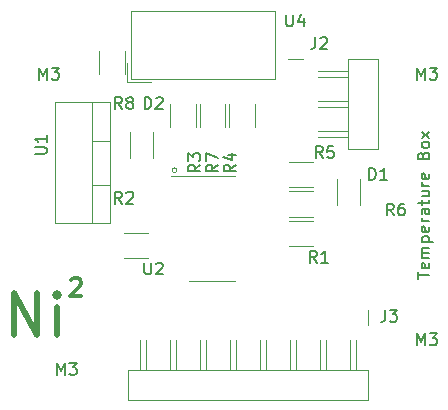
<source format=gbr>
%TF.GenerationSoftware,KiCad,Pcbnew,8.0.3*%
%TF.CreationDate,2024-07-06T18:49:22-04:00*%
%TF.ProjectId,Temperature Box Electronics,54656d70-6572-4617-9475-726520426f78,rev?*%
%TF.SameCoordinates,Original*%
%TF.FileFunction,Legend,Top*%
%TF.FilePolarity,Positive*%
%FSLAX46Y46*%
G04 Gerber Fmt 4.6, Leading zero omitted, Abs format (unit mm)*
G04 Created by KiCad (PCBNEW 8.0.3) date 2024-07-06 18:49:22*
%MOMM*%
%LPD*%
G01*
G04 APERTURE LIST*
%ADD10C,0.150000*%
%ADD11C,0.375000*%
%ADD12C,0.500000*%
%ADD13C,0.120000*%
G04 APERTURE END LIST*
D10*
X197869819Y-111306077D02*
X197869819Y-110734649D01*
X198869819Y-111020363D02*
X197869819Y-111020363D01*
X198822200Y-110020363D02*
X198869819Y-110115601D01*
X198869819Y-110115601D02*
X198869819Y-110306077D01*
X198869819Y-110306077D02*
X198822200Y-110401315D01*
X198822200Y-110401315D02*
X198726961Y-110448934D01*
X198726961Y-110448934D02*
X198346009Y-110448934D01*
X198346009Y-110448934D02*
X198250771Y-110401315D01*
X198250771Y-110401315D02*
X198203152Y-110306077D01*
X198203152Y-110306077D02*
X198203152Y-110115601D01*
X198203152Y-110115601D02*
X198250771Y-110020363D01*
X198250771Y-110020363D02*
X198346009Y-109972744D01*
X198346009Y-109972744D02*
X198441247Y-109972744D01*
X198441247Y-109972744D02*
X198536485Y-110448934D01*
X198869819Y-109544172D02*
X198203152Y-109544172D01*
X198298390Y-109544172D02*
X198250771Y-109496553D01*
X198250771Y-109496553D02*
X198203152Y-109401315D01*
X198203152Y-109401315D02*
X198203152Y-109258458D01*
X198203152Y-109258458D02*
X198250771Y-109163220D01*
X198250771Y-109163220D02*
X198346009Y-109115601D01*
X198346009Y-109115601D02*
X198869819Y-109115601D01*
X198346009Y-109115601D02*
X198250771Y-109067982D01*
X198250771Y-109067982D02*
X198203152Y-108972744D01*
X198203152Y-108972744D02*
X198203152Y-108829887D01*
X198203152Y-108829887D02*
X198250771Y-108734648D01*
X198250771Y-108734648D02*
X198346009Y-108687029D01*
X198346009Y-108687029D02*
X198869819Y-108687029D01*
X198203152Y-108210839D02*
X199203152Y-108210839D01*
X198250771Y-108210839D02*
X198203152Y-108115601D01*
X198203152Y-108115601D02*
X198203152Y-107925125D01*
X198203152Y-107925125D02*
X198250771Y-107829887D01*
X198250771Y-107829887D02*
X198298390Y-107782268D01*
X198298390Y-107782268D02*
X198393628Y-107734649D01*
X198393628Y-107734649D02*
X198679342Y-107734649D01*
X198679342Y-107734649D02*
X198774580Y-107782268D01*
X198774580Y-107782268D02*
X198822200Y-107829887D01*
X198822200Y-107829887D02*
X198869819Y-107925125D01*
X198869819Y-107925125D02*
X198869819Y-108115601D01*
X198869819Y-108115601D02*
X198822200Y-108210839D01*
X198822200Y-106925125D02*
X198869819Y-107020363D01*
X198869819Y-107020363D02*
X198869819Y-107210839D01*
X198869819Y-107210839D02*
X198822200Y-107306077D01*
X198822200Y-107306077D02*
X198726961Y-107353696D01*
X198726961Y-107353696D02*
X198346009Y-107353696D01*
X198346009Y-107353696D02*
X198250771Y-107306077D01*
X198250771Y-107306077D02*
X198203152Y-107210839D01*
X198203152Y-107210839D02*
X198203152Y-107020363D01*
X198203152Y-107020363D02*
X198250771Y-106925125D01*
X198250771Y-106925125D02*
X198346009Y-106877506D01*
X198346009Y-106877506D02*
X198441247Y-106877506D01*
X198441247Y-106877506D02*
X198536485Y-107353696D01*
X198869819Y-106448934D02*
X198203152Y-106448934D01*
X198393628Y-106448934D02*
X198298390Y-106401315D01*
X198298390Y-106401315D02*
X198250771Y-106353696D01*
X198250771Y-106353696D02*
X198203152Y-106258458D01*
X198203152Y-106258458D02*
X198203152Y-106163220D01*
X198869819Y-105401315D02*
X198346009Y-105401315D01*
X198346009Y-105401315D02*
X198250771Y-105448934D01*
X198250771Y-105448934D02*
X198203152Y-105544172D01*
X198203152Y-105544172D02*
X198203152Y-105734648D01*
X198203152Y-105734648D02*
X198250771Y-105829886D01*
X198822200Y-105401315D02*
X198869819Y-105496553D01*
X198869819Y-105496553D02*
X198869819Y-105734648D01*
X198869819Y-105734648D02*
X198822200Y-105829886D01*
X198822200Y-105829886D02*
X198726961Y-105877505D01*
X198726961Y-105877505D02*
X198631723Y-105877505D01*
X198631723Y-105877505D02*
X198536485Y-105829886D01*
X198536485Y-105829886D02*
X198488866Y-105734648D01*
X198488866Y-105734648D02*
X198488866Y-105496553D01*
X198488866Y-105496553D02*
X198441247Y-105401315D01*
X198203152Y-105067981D02*
X198203152Y-104687029D01*
X197869819Y-104925124D02*
X198726961Y-104925124D01*
X198726961Y-104925124D02*
X198822200Y-104877505D01*
X198822200Y-104877505D02*
X198869819Y-104782267D01*
X198869819Y-104782267D02*
X198869819Y-104687029D01*
X198203152Y-103925124D02*
X198869819Y-103925124D01*
X198203152Y-104353695D02*
X198726961Y-104353695D01*
X198726961Y-104353695D02*
X198822200Y-104306076D01*
X198822200Y-104306076D02*
X198869819Y-104210838D01*
X198869819Y-104210838D02*
X198869819Y-104067981D01*
X198869819Y-104067981D02*
X198822200Y-103972743D01*
X198822200Y-103972743D02*
X198774580Y-103925124D01*
X198869819Y-103448933D02*
X198203152Y-103448933D01*
X198393628Y-103448933D02*
X198298390Y-103401314D01*
X198298390Y-103401314D02*
X198250771Y-103353695D01*
X198250771Y-103353695D02*
X198203152Y-103258457D01*
X198203152Y-103258457D02*
X198203152Y-103163219D01*
X198822200Y-102448933D02*
X198869819Y-102544171D01*
X198869819Y-102544171D02*
X198869819Y-102734647D01*
X198869819Y-102734647D02*
X198822200Y-102829885D01*
X198822200Y-102829885D02*
X198726961Y-102877504D01*
X198726961Y-102877504D02*
X198346009Y-102877504D01*
X198346009Y-102877504D02*
X198250771Y-102829885D01*
X198250771Y-102829885D02*
X198203152Y-102734647D01*
X198203152Y-102734647D02*
X198203152Y-102544171D01*
X198203152Y-102544171D02*
X198250771Y-102448933D01*
X198250771Y-102448933D02*
X198346009Y-102401314D01*
X198346009Y-102401314D02*
X198441247Y-102401314D01*
X198441247Y-102401314D02*
X198536485Y-102877504D01*
X198346009Y-100877504D02*
X198393628Y-100734647D01*
X198393628Y-100734647D02*
X198441247Y-100687028D01*
X198441247Y-100687028D02*
X198536485Y-100639409D01*
X198536485Y-100639409D02*
X198679342Y-100639409D01*
X198679342Y-100639409D02*
X198774580Y-100687028D01*
X198774580Y-100687028D02*
X198822200Y-100734647D01*
X198822200Y-100734647D02*
X198869819Y-100829885D01*
X198869819Y-100829885D02*
X198869819Y-101210837D01*
X198869819Y-101210837D02*
X197869819Y-101210837D01*
X197869819Y-101210837D02*
X197869819Y-100877504D01*
X197869819Y-100877504D02*
X197917438Y-100782266D01*
X197917438Y-100782266D02*
X197965057Y-100734647D01*
X197965057Y-100734647D02*
X198060295Y-100687028D01*
X198060295Y-100687028D02*
X198155533Y-100687028D01*
X198155533Y-100687028D02*
X198250771Y-100734647D01*
X198250771Y-100734647D02*
X198298390Y-100782266D01*
X198298390Y-100782266D02*
X198346009Y-100877504D01*
X198346009Y-100877504D02*
X198346009Y-101210837D01*
X198869819Y-100067980D02*
X198822200Y-100163218D01*
X198822200Y-100163218D02*
X198774580Y-100210837D01*
X198774580Y-100210837D02*
X198679342Y-100258456D01*
X198679342Y-100258456D02*
X198393628Y-100258456D01*
X198393628Y-100258456D02*
X198298390Y-100210837D01*
X198298390Y-100210837D02*
X198250771Y-100163218D01*
X198250771Y-100163218D02*
X198203152Y-100067980D01*
X198203152Y-100067980D02*
X198203152Y-99925123D01*
X198203152Y-99925123D02*
X198250771Y-99829885D01*
X198250771Y-99829885D02*
X198298390Y-99782266D01*
X198298390Y-99782266D02*
X198393628Y-99734647D01*
X198393628Y-99734647D02*
X198679342Y-99734647D01*
X198679342Y-99734647D02*
X198774580Y-99782266D01*
X198774580Y-99782266D02*
X198822200Y-99829885D01*
X198822200Y-99829885D02*
X198869819Y-99925123D01*
X198869819Y-99925123D02*
X198869819Y-100067980D01*
X198869819Y-99401313D02*
X198203152Y-98877504D01*
X198203152Y-99401313D02*
X198869819Y-98877504D01*
D11*
X168532424Y-111439785D02*
X168603852Y-111368357D01*
X168603852Y-111368357D02*
X168746710Y-111296928D01*
X168746710Y-111296928D02*
X169103852Y-111296928D01*
X169103852Y-111296928D02*
X169246710Y-111368357D01*
X169246710Y-111368357D02*
X169318138Y-111439785D01*
X169318138Y-111439785D02*
X169389567Y-111582642D01*
X169389567Y-111582642D02*
X169389567Y-111725500D01*
X169389567Y-111725500D02*
X169318138Y-111939785D01*
X169318138Y-111939785D02*
X168460995Y-112796928D01*
X168460995Y-112796928D02*
X169389567Y-112796928D01*
D12*
X163662280Y-116045667D02*
X163662280Y-112545667D01*
X163662280Y-112545667D02*
X165662280Y-116045667D01*
X165662280Y-116045667D02*
X165662280Y-112545667D01*
X167328947Y-116045667D02*
X167328947Y-113712334D01*
X167328947Y-112545667D02*
X167162280Y-112712334D01*
X167162280Y-112712334D02*
X167328947Y-112879001D01*
X167328947Y-112879001D02*
X167495614Y-112712334D01*
X167495614Y-112712334D02*
X167328947Y-112545667D01*
X167328947Y-112545667D02*
X167328947Y-112879001D01*
D10*
X182454819Y-101666666D02*
X181978628Y-101999999D01*
X182454819Y-102238094D02*
X181454819Y-102238094D01*
X181454819Y-102238094D02*
X181454819Y-101857142D01*
X181454819Y-101857142D02*
X181502438Y-101761904D01*
X181502438Y-101761904D02*
X181550057Y-101714285D01*
X181550057Y-101714285D02*
X181645295Y-101666666D01*
X181645295Y-101666666D02*
X181788152Y-101666666D01*
X181788152Y-101666666D02*
X181883390Y-101714285D01*
X181883390Y-101714285D02*
X181931009Y-101761904D01*
X181931009Y-101761904D02*
X181978628Y-101857142D01*
X181978628Y-101857142D02*
X181978628Y-102238094D01*
X181788152Y-100809523D02*
X182454819Y-100809523D01*
X181407200Y-101047618D02*
X182121485Y-101285713D01*
X182121485Y-101285713D02*
X182121485Y-100666666D01*
X189333333Y-109954819D02*
X189000000Y-109478628D01*
X188761905Y-109954819D02*
X188761905Y-108954819D01*
X188761905Y-108954819D02*
X189142857Y-108954819D01*
X189142857Y-108954819D02*
X189238095Y-109002438D01*
X189238095Y-109002438D02*
X189285714Y-109050057D01*
X189285714Y-109050057D02*
X189333333Y-109145295D01*
X189333333Y-109145295D02*
X189333333Y-109288152D01*
X189333333Y-109288152D02*
X189285714Y-109383390D01*
X189285714Y-109383390D02*
X189238095Y-109431009D01*
X189238095Y-109431009D02*
X189142857Y-109478628D01*
X189142857Y-109478628D02*
X188761905Y-109478628D01*
X190285714Y-109954819D02*
X189714286Y-109954819D01*
X190000000Y-109954819D02*
X190000000Y-108954819D01*
X190000000Y-108954819D02*
X189904762Y-109097676D01*
X189904762Y-109097676D02*
X189809524Y-109192914D01*
X189809524Y-109192914D02*
X189714286Y-109240533D01*
X193761905Y-102954819D02*
X193761905Y-101954819D01*
X193761905Y-101954819D02*
X194000000Y-101954819D01*
X194000000Y-101954819D02*
X194142857Y-102002438D01*
X194142857Y-102002438D02*
X194238095Y-102097676D01*
X194238095Y-102097676D02*
X194285714Y-102192914D01*
X194285714Y-102192914D02*
X194333333Y-102383390D01*
X194333333Y-102383390D02*
X194333333Y-102526247D01*
X194333333Y-102526247D02*
X194285714Y-102716723D01*
X194285714Y-102716723D02*
X194238095Y-102811961D01*
X194238095Y-102811961D02*
X194142857Y-102907200D01*
X194142857Y-102907200D02*
X194000000Y-102954819D01*
X194000000Y-102954819D02*
X193761905Y-102954819D01*
X195285714Y-102954819D02*
X194714286Y-102954819D01*
X195000000Y-102954819D02*
X195000000Y-101954819D01*
X195000000Y-101954819D02*
X194904762Y-102097676D01*
X194904762Y-102097676D02*
X194809524Y-102192914D01*
X194809524Y-102192914D02*
X194714286Y-102240533D01*
X197836779Y-116954819D02*
X197836779Y-115954819D01*
X197836779Y-115954819D02*
X198170112Y-116669104D01*
X198170112Y-116669104D02*
X198503445Y-115954819D01*
X198503445Y-115954819D02*
X198503445Y-116954819D01*
X198884398Y-115954819D02*
X199503445Y-115954819D01*
X199503445Y-115954819D02*
X199170112Y-116335771D01*
X199170112Y-116335771D02*
X199312969Y-116335771D01*
X199312969Y-116335771D02*
X199408207Y-116383390D01*
X199408207Y-116383390D02*
X199455826Y-116431009D01*
X199455826Y-116431009D02*
X199503445Y-116526247D01*
X199503445Y-116526247D02*
X199503445Y-116764342D01*
X199503445Y-116764342D02*
X199455826Y-116859580D01*
X199455826Y-116859580D02*
X199408207Y-116907200D01*
X199408207Y-116907200D02*
X199312969Y-116954819D01*
X199312969Y-116954819D02*
X199027255Y-116954819D01*
X199027255Y-116954819D02*
X198932017Y-116907200D01*
X198932017Y-116907200D02*
X198884398Y-116859580D01*
X195833333Y-105954819D02*
X195500000Y-105478628D01*
X195261905Y-105954819D02*
X195261905Y-104954819D01*
X195261905Y-104954819D02*
X195642857Y-104954819D01*
X195642857Y-104954819D02*
X195738095Y-105002438D01*
X195738095Y-105002438D02*
X195785714Y-105050057D01*
X195785714Y-105050057D02*
X195833333Y-105145295D01*
X195833333Y-105145295D02*
X195833333Y-105288152D01*
X195833333Y-105288152D02*
X195785714Y-105383390D01*
X195785714Y-105383390D02*
X195738095Y-105431009D01*
X195738095Y-105431009D02*
X195642857Y-105478628D01*
X195642857Y-105478628D02*
X195261905Y-105478628D01*
X196690476Y-104954819D02*
X196500000Y-104954819D01*
X196500000Y-104954819D02*
X196404762Y-105002438D01*
X196404762Y-105002438D02*
X196357143Y-105050057D01*
X196357143Y-105050057D02*
X196261905Y-105192914D01*
X196261905Y-105192914D02*
X196214286Y-105383390D01*
X196214286Y-105383390D02*
X196214286Y-105764342D01*
X196214286Y-105764342D02*
X196261905Y-105859580D01*
X196261905Y-105859580D02*
X196309524Y-105907200D01*
X196309524Y-105907200D02*
X196404762Y-105954819D01*
X196404762Y-105954819D02*
X196595238Y-105954819D01*
X196595238Y-105954819D02*
X196690476Y-105907200D01*
X196690476Y-105907200D02*
X196738095Y-105859580D01*
X196738095Y-105859580D02*
X196785714Y-105764342D01*
X196785714Y-105764342D02*
X196785714Y-105526247D01*
X196785714Y-105526247D02*
X196738095Y-105431009D01*
X196738095Y-105431009D02*
X196690476Y-105383390D01*
X196690476Y-105383390D02*
X196595238Y-105335771D01*
X196595238Y-105335771D02*
X196404762Y-105335771D01*
X196404762Y-105335771D02*
X196309524Y-105383390D01*
X196309524Y-105383390D02*
X196261905Y-105431009D01*
X196261905Y-105431009D02*
X196214286Y-105526247D01*
X174761905Y-96954819D02*
X174761905Y-95954819D01*
X174761905Y-95954819D02*
X175000000Y-95954819D01*
X175000000Y-95954819D02*
X175142857Y-96002438D01*
X175142857Y-96002438D02*
X175238095Y-96097676D01*
X175238095Y-96097676D02*
X175285714Y-96192914D01*
X175285714Y-96192914D02*
X175333333Y-96383390D01*
X175333333Y-96383390D02*
X175333333Y-96526247D01*
X175333333Y-96526247D02*
X175285714Y-96716723D01*
X175285714Y-96716723D02*
X175238095Y-96811961D01*
X175238095Y-96811961D02*
X175142857Y-96907200D01*
X175142857Y-96907200D02*
X175000000Y-96954819D01*
X175000000Y-96954819D02*
X174761905Y-96954819D01*
X175714286Y-96050057D02*
X175761905Y-96002438D01*
X175761905Y-96002438D02*
X175857143Y-95954819D01*
X175857143Y-95954819D02*
X176095238Y-95954819D01*
X176095238Y-95954819D02*
X176190476Y-96002438D01*
X176190476Y-96002438D02*
X176238095Y-96050057D01*
X176238095Y-96050057D02*
X176285714Y-96145295D01*
X176285714Y-96145295D02*
X176285714Y-96240533D01*
X176285714Y-96240533D02*
X176238095Y-96383390D01*
X176238095Y-96383390D02*
X175666667Y-96954819D01*
X175666667Y-96954819D02*
X176285714Y-96954819D01*
X172833333Y-96954819D02*
X172500000Y-96478628D01*
X172261905Y-96954819D02*
X172261905Y-95954819D01*
X172261905Y-95954819D02*
X172642857Y-95954819D01*
X172642857Y-95954819D02*
X172738095Y-96002438D01*
X172738095Y-96002438D02*
X172785714Y-96050057D01*
X172785714Y-96050057D02*
X172833333Y-96145295D01*
X172833333Y-96145295D02*
X172833333Y-96288152D01*
X172833333Y-96288152D02*
X172785714Y-96383390D01*
X172785714Y-96383390D02*
X172738095Y-96431009D01*
X172738095Y-96431009D02*
X172642857Y-96478628D01*
X172642857Y-96478628D02*
X172261905Y-96478628D01*
X173404762Y-96383390D02*
X173309524Y-96335771D01*
X173309524Y-96335771D02*
X173261905Y-96288152D01*
X173261905Y-96288152D02*
X173214286Y-96192914D01*
X173214286Y-96192914D02*
X173214286Y-96145295D01*
X173214286Y-96145295D02*
X173261905Y-96050057D01*
X173261905Y-96050057D02*
X173309524Y-96002438D01*
X173309524Y-96002438D02*
X173404762Y-95954819D01*
X173404762Y-95954819D02*
X173595238Y-95954819D01*
X173595238Y-95954819D02*
X173690476Y-96002438D01*
X173690476Y-96002438D02*
X173738095Y-96050057D01*
X173738095Y-96050057D02*
X173785714Y-96145295D01*
X173785714Y-96145295D02*
X173785714Y-96192914D01*
X173785714Y-96192914D02*
X173738095Y-96288152D01*
X173738095Y-96288152D02*
X173690476Y-96335771D01*
X173690476Y-96335771D02*
X173595238Y-96383390D01*
X173595238Y-96383390D02*
X173404762Y-96383390D01*
X173404762Y-96383390D02*
X173309524Y-96431009D01*
X173309524Y-96431009D02*
X173261905Y-96478628D01*
X173261905Y-96478628D02*
X173214286Y-96573866D01*
X173214286Y-96573866D02*
X173214286Y-96764342D01*
X173214286Y-96764342D02*
X173261905Y-96859580D01*
X173261905Y-96859580D02*
X173309524Y-96907200D01*
X173309524Y-96907200D02*
X173404762Y-96954819D01*
X173404762Y-96954819D02*
X173595238Y-96954819D01*
X173595238Y-96954819D02*
X173690476Y-96907200D01*
X173690476Y-96907200D02*
X173738095Y-96859580D01*
X173738095Y-96859580D02*
X173785714Y-96764342D01*
X173785714Y-96764342D02*
X173785714Y-96573866D01*
X173785714Y-96573866D02*
X173738095Y-96478628D01*
X173738095Y-96478628D02*
X173690476Y-96431009D01*
X173690476Y-96431009D02*
X173595238Y-96383390D01*
X180954819Y-101666666D02*
X180478628Y-101999999D01*
X180954819Y-102238094D02*
X179954819Y-102238094D01*
X179954819Y-102238094D02*
X179954819Y-101857142D01*
X179954819Y-101857142D02*
X180002438Y-101761904D01*
X180002438Y-101761904D02*
X180050057Y-101714285D01*
X180050057Y-101714285D02*
X180145295Y-101666666D01*
X180145295Y-101666666D02*
X180288152Y-101666666D01*
X180288152Y-101666666D02*
X180383390Y-101714285D01*
X180383390Y-101714285D02*
X180431009Y-101761904D01*
X180431009Y-101761904D02*
X180478628Y-101857142D01*
X180478628Y-101857142D02*
X180478628Y-102238094D01*
X179954819Y-101333332D02*
X179954819Y-100666666D01*
X179954819Y-100666666D02*
X180954819Y-101095237D01*
X195122493Y-113954819D02*
X195122493Y-114669104D01*
X195122493Y-114669104D02*
X195074874Y-114811961D01*
X195074874Y-114811961D02*
X194979636Y-114907200D01*
X194979636Y-114907200D02*
X194836779Y-114954819D01*
X194836779Y-114954819D02*
X194741541Y-114954819D01*
X195503446Y-113954819D02*
X196122493Y-113954819D01*
X196122493Y-113954819D02*
X195789160Y-114335771D01*
X195789160Y-114335771D02*
X195932017Y-114335771D01*
X195932017Y-114335771D02*
X196027255Y-114383390D01*
X196027255Y-114383390D02*
X196074874Y-114431009D01*
X196074874Y-114431009D02*
X196122493Y-114526247D01*
X196122493Y-114526247D02*
X196122493Y-114764342D01*
X196122493Y-114764342D02*
X196074874Y-114859580D01*
X196074874Y-114859580D02*
X196027255Y-114907200D01*
X196027255Y-114907200D02*
X195932017Y-114954819D01*
X195932017Y-114954819D02*
X195646303Y-114954819D01*
X195646303Y-114954819D02*
X195551065Y-114907200D01*
X195551065Y-114907200D02*
X195503446Y-114859580D01*
X189210839Y-90864819D02*
X189210839Y-91579104D01*
X189210839Y-91579104D02*
X189163220Y-91721961D01*
X189163220Y-91721961D02*
X189067982Y-91817200D01*
X189067982Y-91817200D02*
X188925125Y-91864819D01*
X188925125Y-91864819D02*
X188829887Y-91864819D01*
X189639411Y-90960057D02*
X189687030Y-90912438D01*
X189687030Y-90912438D02*
X189782268Y-90864819D01*
X189782268Y-90864819D02*
X190020363Y-90864819D01*
X190020363Y-90864819D02*
X190115601Y-90912438D01*
X190115601Y-90912438D02*
X190163220Y-90960057D01*
X190163220Y-90960057D02*
X190210839Y-91055295D01*
X190210839Y-91055295D02*
X190210839Y-91150533D01*
X190210839Y-91150533D02*
X190163220Y-91293390D01*
X190163220Y-91293390D02*
X189591792Y-91864819D01*
X189591792Y-91864819D02*
X190210839Y-91864819D01*
X174738095Y-109954819D02*
X174738095Y-110764342D01*
X174738095Y-110764342D02*
X174785714Y-110859580D01*
X174785714Y-110859580D02*
X174833333Y-110907200D01*
X174833333Y-110907200D02*
X174928571Y-110954819D01*
X174928571Y-110954819D02*
X175119047Y-110954819D01*
X175119047Y-110954819D02*
X175214285Y-110907200D01*
X175214285Y-110907200D02*
X175261904Y-110859580D01*
X175261904Y-110859580D02*
X175309523Y-110764342D01*
X175309523Y-110764342D02*
X175309523Y-109954819D01*
X175738095Y-110050057D02*
X175785714Y-110002438D01*
X175785714Y-110002438D02*
X175880952Y-109954819D01*
X175880952Y-109954819D02*
X176119047Y-109954819D01*
X176119047Y-109954819D02*
X176214285Y-110002438D01*
X176214285Y-110002438D02*
X176261904Y-110050057D01*
X176261904Y-110050057D02*
X176309523Y-110145295D01*
X176309523Y-110145295D02*
X176309523Y-110240533D01*
X176309523Y-110240533D02*
X176261904Y-110383390D01*
X176261904Y-110383390D02*
X175690476Y-110954819D01*
X175690476Y-110954819D02*
X176309523Y-110954819D01*
X165454819Y-100761904D02*
X166264342Y-100761904D01*
X166264342Y-100761904D02*
X166359580Y-100714285D01*
X166359580Y-100714285D02*
X166407200Y-100666666D01*
X166407200Y-100666666D02*
X166454819Y-100571428D01*
X166454819Y-100571428D02*
X166454819Y-100380952D01*
X166454819Y-100380952D02*
X166407200Y-100285714D01*
X166407200Y-100285714D02*
X166359580Y-100238095D01*
X166359580Y-100238095D02*
X166264342Y-100190476D01*
X166264342Y-100190476D02*
X165454819Y-100190476D01*
X166454819Y-99190476D02*
X166454819Y-99761904D01*
X166454819Y-99476190D02*
X165454819Y-99476190D01*
X165454819Y-99476190D02*
X165597676Y-99571428D01*
X165597676Y-99571428D02*
X165692914Y-99666666D01*
X165692914Y-99666666D02*
X165740533Y-99761904D01*
X179454819Y-101666666D02*
X178978628Y-101999999D01*
X179454819Y-102238094D02*
X178454819Y-102238094D01*
X178454819Y-102238094D02*
X178454819Y-101857142D01*
X178454819Y-101857142D02*
X178502438Y-101761904D01*
X178502438Y-101761904D02*
X178550057Y-101714285D01*
X178550057Y-101714285D02*
X178645295Y-101666666D01*
X178645295Y-101666666D02*
X178788152Y-101666666D01*
X178788152Y-101666666D02*
X178883390Y-101714285D01*
X178883390Y-101714285D02*
X178931009Y-101761904D01*
X178931009Y-101761904D02*
X178978628Y-101857142D01*
X178978628Y-101857142D02*
X178978628Y-102238094D01*
X178454819Y-101333332D02*
X178454819Y-100714285D01*
X178454819Y-100714285D02*
X178835771Y-101047618D01*
X178835771Y-101047618D02*
X178835771Y-100904761D01*
X178835771Y-100904761D02*
X178883390Y-100809523D01*
X178883390Y-100809523D02*
X178931009Y-100761904D01*
X178931009Y-100761904D02*
X179026247Y-100714285D01*
X179026247Y-100714285D02*
X179264342Y-100714285D01*
X179264342Y-100714285D02*
X179359580Y-100761904D01*
X179359580Y-100761904D02*
X179407200Y-100809523D01*
X179407200Y-100809523D02*
X179454819Y-100904761D01*
X179454819Y-100904761D02*
X179454819Y-101190475D01*
X179454819Y-101190475D02*
X179407200Y-101285713D01*
X179407200Y-101285713D02*
X179359580Y-101333332D01*
X197836779Y-94454819D02*
X197836779Y-93454819D01*
X197836779Y-93454819D02*
X198170112Y-94169104D01*
X198170112Y-94169104D02*
X198503445Y-93454819D01*
X198503445Y-93454819D02*
X198503445Y-94454819D01*
X198884398Y-93454819D02*
X199503445Y-93454819D01*
X199503445Y-93454819D02*
X199170112Y-93835771D01*
X199170112Y-93835771D02*
X199312969Y-93835771D01*
X199312969Y-93835771D02*
X199408207Y-93883390D01*
X199408207Y-93883390D02*
X199455826Y-93931009D01*
X199455826Y-93931009D02*
X199503445Y-94026247D01*
X199503445Y-94026247D02*
X199503445Y-94264342D01*
X199503445Y-94264342D02*
X199455826Y-94359580D01*
X199455826Y-94359580D02*
X199408207Y-94407200D01*
X199408207Y-94407200D02*
X199312969Y-94454819D01*
X199312969Y-94454819D02*
X199027255Y-94454819D01*
X199027255Y-94454819D02*
X198932017Y-94407200D01*
X198932017Y-94407200D02*
X198884398Y-94359580D01*
X186738095Y-88954819D02*
X186738095Y-89764342D01*
X186738095Y-89764342D02*
X186785714Y-89859580D01*
X186785714Y-89859580D02*
X186833333Y-89907200D01*
X186833333Y-89907200D02*
X186928571Y-89954819D01*
X186928571Y-89954819D02*
X187119047Y-89954819D01*
X187119047Y-89954819D02*
X187214285Y-89907200D01*
X187214285Y-89907200D02*
X187261904Y-89859580D01*
X187261904Y-89859580D02*
X187309523Y-89764342D01*
X187309523Y-89764342D02*
X187309523Y-88954819D01*
X188214285Y-89288152D02*
X188214285Y-89954819D01*
X187976190Y-88907200D02*
X187738095Y-89621485D01*
X187738095Y-89621485D02*
X188357142Y-89621485D01*
X165836779Y-94454819D02*
X165836779Y-93454819D01*
X165836779Y-93454819D02*
X166170112Y-94169104D01*
X166170112Y-94169104D02*
X166503445Y-93454819D01*
X166503445Y-93454819D02*
X166503445Y-94454819D01*
X166884398Y-93454819D02*
X167503445Y-93454819D01*
X167503445Y-93454819D02*
X167170112Y-93835771D01*
X167170112Y-93835771D02*
X167312969Y-93835771D01*
X167312969Y-93835771D02*
X167408207Y-93883390D01*
X167408207Y-93883390D02*
X167455826Y-93931009D01*
X167455826Y-93931009D02*
X167503445Y-94026247D01*
X167503445Y-94026247D02*
X167503445Y-94264342D01*
X167503445Y-94264342D02*
X167455826Y-94359580D01*
X167455826Y-94359580D02*
X167408207Y-94407200D01*
X167408207Y-94407200D02*
X167312969Y-94454819D01*
X167312969Y-94454819D02*
X167027255Y-94454819D01*
X167027255Y-94454819D02*
X166932017Y-94407200D01*
X166932017Y-94407200D02*
X166884398Y-94359580D01*
X172833333Y-104954819D02*
X172500000Y-104478628D01*
X172261905Y-104954819D02*
X172261905Y-103954819D01*
X172261905Y-103954819D02*
X172642857Y-103954819D01*
X172642857Y-103954819D02*
X172738095Y-104002438D01*
X172738095Y-104002438D02*
X172785714Y-104050057D01*
X172785714Y-104050057D02*
X172833333Y-104145295D01*
X172833333Y-104145295D02*
X172833333Y-104288152D01*
X172833333Y-104288152D02*
X172785714Y-104383390D01*
X172785714Y-104383390D02*
X172738095Y-104431009D01*
X172738095Y-104431009D02*
X172642857Y-104478628D01*
X172642857Y-104478628D02*
X172261905Y-104478628D01*
X173214286Y-104050057D02*
X173261905Y-104002438D01*
X173261905Y-104002438D02*
X173357143Y-103954819D01*
X173357143Y-103954819D02*
X173595238Y-103954819D01*
X173595238Y-103954819D02*
X173690476Y-104002438D01*
X173690476Y-104002438D02*
X173738095Y-104050057D01*
X173738095Y-104050057D02*
X173785714Y-104145295D01*
X173785714Y-104145295D02*
X173785714Y-104240533D01*
X173785714Y-104240533D02*
X173738095Y-104383390D01*
X173738095Y-104383390D02*
X173166667Y-104954819D01*
X173166667Y-104954819D02*
X173785714Y-104954819D01*
X167336779Y-119454819D02*
X167336779Y-118454819D01*
X167336779Y-118454819D02*
X167670112Y-119169104D01*
X167670112Y-119169104D02*
X168003445Y-118454819D01*
X168003445Y-118454819D02*
X168003445Y-119454819D01*
X168384398Y-118454819D02*
X169003445Y-118454819D01*
X169003445Y-118454819D02*
X168670112Y-118835771D01*
X168670112Y-118835771D02*
X168812969Y-118835771D01*
X168812969Y-118835771D02*
X168908207Y-118883390D01*
X168908207Y-118883390D02*
X168955826Y-118931009D01*
X168955826Y-118931009D02*
X169003445Y-119026247D01*
X169003445Y-119026247D02*
X169003445Y-119264342D01*
X169003445Y-119264342D02*
X168955826Y-119359580D01*
X168955826Y-119359580D02*
X168908207Y-119407200D01*
X168908207Y-119407200D02*
X168812969Y-119454819D01*
X168812969Y-119454819D02*
X168527255Y-119454819D01*
X168527255Y-119454819D02*
X168432017Y-119407200D01*
X168432017Y-119407200D02*
X168384398Y-119359580D01*
X189833333Y-101104819D02*
X189500000Y-100628628D01*
X189261905Y-101104819D02*
X189261905Y-100104819D01*
X189261905Y-100104819D02*
X189642857Y-100104819D01*
X189642857Y-100104819D02*
X189738095Y-100152438D01*
X189738095Y-100152438D02*
X189785714Y-100200057D01*
X189785714Y-100200057D02*
X189833333Y-100295295D01*
X189833333Y-100295295D02*
X189833333Y-100438152D01*
X189833333Y-100438152D02*
X189785714Y-100533390D01*
X189785714Y-100533390D02*
X189738095Y-100581009D01*
X189738095Y-100581009D02*
X189642857Y-100628628D01*
X189642857Y-100628628D02*
X189261905Y-100628628D01*
X190738095Y-100104819D02*
X190261905Y-100104819D01*
X190261905Y-100104819D02*
X190214286Y-100581009D01*
X190214286Y-100581009D02*
X190261905Y-100533390D01*
X190261905Y-100533390D02*
X190357143Y-100485771D01*
X190357143Y-100485771D02*
X190595238Y-100485771D01*
X190595238Y-100485771D02*
X190690476Y-100533390D01*
X190690476Y-100533390D02*
X190738095Y-100581009D01*
X190738095Y-100581009D02*
X190785714Y-100676247D01*
X190785714Y-100676247D02*
X190785714Y-100914342D01*
X190785714Y-100914342D02*
X190738095Y-101009580D01*
X190738095Y-101009580D02*
X190690476Y-101057200D01*
X190690476Y-101057200D02*
X190595238Y-101104819D01*
X190595238Y-101104819D02*
X190357143Y-101104819D01*
X190357143Y-101104819D02*
X190261905Y-101057200D01*
X190261905Y-101057200D02*
X190214286Y-101009580D01*
D13*
%TO.C,R4*%
X181930000Y-98500000D02*
X181930000Y-96500000D01*
X184070000Y-96500000D02*
X184070000Y-98500000D01*
%TO.C,R1*%
X187000000Y-106430000D02*
X189000000Y-106430000D01*
X189000000Y-108570000D02*
X187000000Y-108570000D01*
%TO.C,D1*%
X191000000Y-102900000D02*
X191000000Y-105100000D01*
X192950000Y-102900000D02*
X192950000Y-105100000D01*
%TO.C,R6*%
X187000000Y-103930000D02*
X189000000Y-103930000D01*
X189000000Y-106070000D02*
X187000000Y-106070000D01*
%TO.C,D2*%
X173500000Y-98900000D02*
X173500000Y-101100000D01*
X175450000Y-98900000D02*
X175450000Y-101100000D01*
%TO.C,R8*%
X170930000Y-94000000D02*
X170930000Y-92000000D01*
X173070000Y-92000000D02*
X173070000Y-94000000D01*
%TO.C,R7*%
X179430000Y-98500000D02*
X179430000Y-96500000D01*
X181570000Y-96500000D02*
X181570000Y-98500000D01*
%TO.C,J3*%
X173350000Y-119010000D02*
X193670000Y-119010000D01*
X173350000Y-121550000D02*
X173350000Y-119010000D01*
X174366000Y-119010000D02*
X174366000Y-116470000D01*
X174874000Y-119010000D02*
X174874000Y-116470000D01*
X176906000Y-119010000D02*
X176906000Y-116470000D01*
X177414000Y-119010000D02*
X177414000Y-116470000D01*
X179446000Y-119010000D02*
X179446000Y-116470000D01*
X179954000Y-119010000D02*
X179954000Y-116470000D01*
X181986000Y-119010000D02*
X181986000Y-116470000D01*
X182494000Y-119010000D02*
X182494000Y-116470000D01*
X184526000Y-119010000D02*
X184526000Y-116470000D01*
X185034000Y-119010000D02*
X185034000Y-116470000D01*
X187066000Y-119010000D02*
X187066000Y-116470000D01*
X187574000Y-119010000D02*
X187574000Y-116470000D01*
X189606000Y-119010000D02*
X189606000Y-116470000D01*
X190114000Y-119010000D02*
X190114000Y-116470000D01*
X192146000Y-119010000D02*
X192146000Y-116470000D01*
X192654000Y-119010000D02*
X192654000Y-116470000D01*
X193670000Y-113930000D02*
X193670000Y-115200000D01*
X193670000Y-119010000D02*
X193670000Y-121550000D01*
X193670000Y-121550000D02*
X173350000Y-121550000D01*
%TO.C,J2*%
X186930000Y-92680000D02*
X188200000Y-92680000D01*
X192010000Y-92680000D02*
X194550000Y-92680000D01*
X192010000Y-93696000D02*
X189470000Y-93696000D01*
X192010000Y-94204000D02*
X189470000Y-94204000D01*
X192010000Y-96236000D02*
X189470000Y-96236000D01*
X192010000Y-96744000D02*
X189470000Y-96744000D01*
X192010000Y-98776000D02*
X189470000Y-98776000D01*
X192010000Y-99284000D02*
X189470000Y-99284000D01*
X192010000Y-100300000D02*
X192010000Y-92680000D01*
X194550000Y-92680000D02*
X194550000Y-100300000D01*
X194550000Y-100300000D02*
X192010000Y-100300000D01*
%TO.C,U2*%
X180475000Y-102605000D02*
X177025000Y-102605000D01*
X180475000Y-102605000D02*
X182425000Y-102605000D01*
X180475000Y-111475000D02*
X178525000Y-111475000D01*
X180475000Y-111475000D02*
X182425000Y-111475000D01*
X177475000Y-102140000D02*
G75*
G02*
X177075000Y-102140000I-200000J0D01*
G01*
X177075000Y-102140000D02*
G75*
G02*
X177475000Y-102140000I200000J0D01*
G01*
%TO.C,U1*%
X167184000Y-96380000D02*
X167184000Y-106620000D01*
X170315000Y-96380000D02*
X170315000Y-106620000D01*
X171825000Y-96380000D02*
X167184000Y-96380000D01*
X171825000Y-96380000D02*
X171825000Y-106620000D01*
X171825000Y-99650000D02*
X170315000Y-99650000D01*
X171825000Y-103351000D02*
X170315000Y-103351000D01*
X171825000Y-106620000D02*
X167184000Y-106620000D01*
%TO.C,R3*%
X176930000Y-98500000D02*
X176930000Y-96500000D01*
X179070000Y-96500000D02*
X179070000Y-98500000D01*
%TO.C,U4*%
X173280000Y-94660000D02*
X173280000Y-93050000D01*
X173280000Y-94660000D02*
X175280000Y-94660000D01*
X173560000Y-88620000D02*
X185820000Y-88620000D01*
X173560000Y-94370000D02*
X173560000Y-88630000D01*
X185820000Y-88620000D02*
X185820000Y-94380000D01*
X185820000Y-94380000D02*
X173570000Y-94380000D01*
%TO.C,R2*%
X173000000Y-107430000D02*
X175000000Y-107430000D01*
X175000000Y-109570000D02*
X173000000Y-109570000D01*
%TO.C,R5*%
X187000000Y-101430000D02*
X189000000Y-101430000D01*
X189000000Y-103570000D02*
X187000000Y-103570000D01*
%TD*%
M02*

</source>
